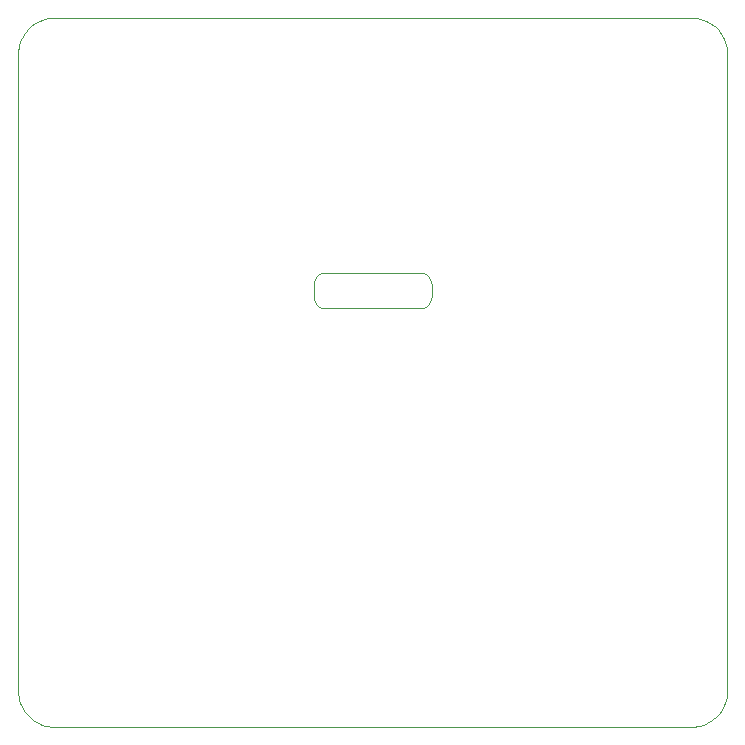
<source format=gm1>
G04*
G04 #@! TF.GenerationSoftware,Altium Limited,Altium Designer,20.0.13 (296)*
G04*
G04 Layer_Color=16711935*
%FSLAX44Y44*%
%MOMM*%
G71*
G01*
G75*
%ADD12C,0.1000*%
%ADD18C,0.1016*%
D12*
X349944Y374283D02*
X349604Y376871D01*
X348605Y379283D01*
X347016Y381354D01*
X344944Y382943D01*
X342533Y383942D01*
X339944Y384283D01*
Y354283D02*
X342533Y354623D01*
X344944Y355622D01*
X347016Y357211D01*
X348605Y359283D01*
X349604Y361694D01*
X349944Y364283D01*
X249944D02*
X250285Y361694D01*
X251284Y359283D01*
X252873Y357211D01*
X254944Y355622D01*
X257356Y354623D01*
X259944Y354283D01*
Y384283D02*
X257356Y383942D01*
X254944Y382943D01*
X252873Y381354D01*
X251284Y379283D01*
X250285Y376871D01*
X249944Y374283D01*
X349944Y364283D02*
Y374283D01*
X249944Y364283D02*
Y374283D01*
X259944Y384283D02*
X339944D01*
X259944Y354283D02*
X339944D01*
X30000Y-3D02*
X570000Y-3D01*
X600000Y29997D02*
X600000Y569997D01*
X30000Y600000D02*
X570000Y600000D01*
X-0Y29997D02*
X-0Y569997D01*
D18*
Y29997D02*
X102Y27519D01*
X409Y25059D01*
X918Y22632D01*
X1625Y20256D01*
X2527Y17946D01*
X3616Y15718D01*
X4885Y13588D01*
X6326Y11570D01*
X7928Y9678D01*
X9681Y7925D01*
X11573Y6322D01*
X13591Y4882D01*
X15721Y3612D01*
X17949Y2523D01*
X20259Y1622D01*
X22635Y915D01*
X25062Y406D01*
X27522Y99D01*
X30000Y-3D01*
Y599997D02*
X27522Y599894D01*
X25062Y599587D01*
X22635Y599079D01*
X20259Y598371D01*
X17949Y597470D01*
X15721Y596381D01*
X13591Y595112D01*
X11573Y593671D01*
X9681Y592068D01*
X7928Y590315D01*
X6326Y588423D01*
X4885Y586405D01*
X3616Y584275D01*
X2527Y582048D01*
X1625Y579738D01*
X918Y577361D01*
X409Y574934D01*
X102Y572474D01*
X-0Y569997D01*
X600000D02*
X599897Y572474D01*
X599591Y574934D01*
X599082Y577361D01*
X598374Y579738D01*
X597473Y582048D01*
X596384Y584275D01*
X595115Y586405D01*
X593674Y588423D01*
X592072Y590315D01*
X590318Y592068D01*
X588426Y593671D01*
X586408Y595112D01*
X584278Y596381D01*
X582051Y597470D01*
X579741Y598371D01*
X577364Y599079D01*
X574938Y599587D01*
X572477Y599894D01*
X570000Y599997D01*
Y-3D02*
X572477Y99D01*
X574938Y406D01*
X577365Y915D01*
X579741Y1622D01*
X582051Y2523D01*
X584278Y3612D01*
X586408Y4882D01*
X588426Y6322D01*
X590318Y7925D01*
X592072Y9678D01*
X593674Y11570D01*
X595115Y13588D01*
X596384Y15718D01*
X597473Y17946D01*
X598374Y20256D01*
X599082Y22632D01*
X599591Y25059D01*
X599897Y27519D01*
X600000Y29997D01*
M02*

</source>
